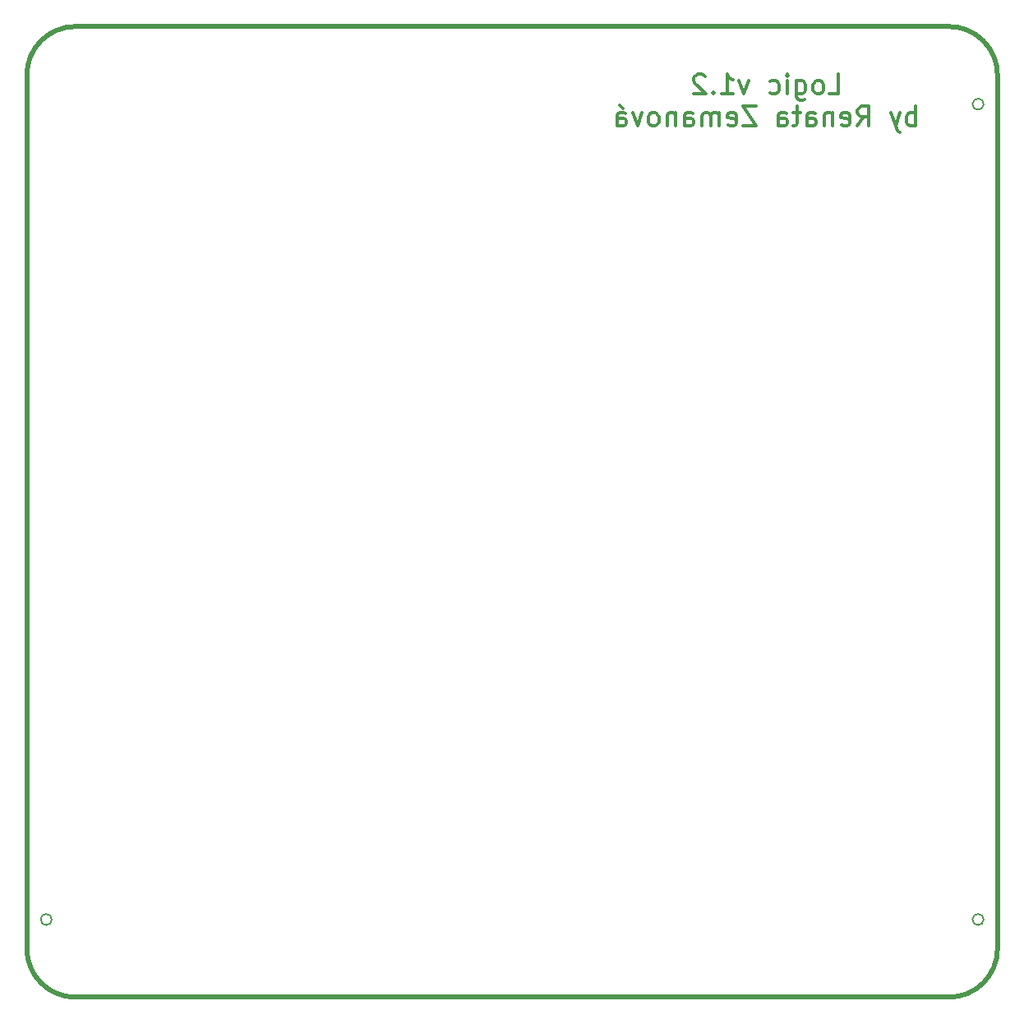
<source format=gbr>
G04 #@! TF.GenerationSoftware,KiCad,Pcbnew,5.1.5+dfsg1-2build2*
G04 #@! TF.CreationDate,2021-03-30T07:29:47+02:00*
G04 #@! TF.ProjectId,Logic_KiCad,4c6f6769-635f-44b6-9943-61642e6b6963,rev?*
G04 #@! TF.SameCoordinates,Original*
G04 #@! TF.FileFunction,Legend,Bot*
G04 #@! TF.FilePolarity,Positive*
%FSLAX46Y46*%
G04 Gerber Fmt 4.6, Leading zero omitted, Abs format (unit mm)*
G04 Created by KiCad (PCBNEW 5.1.5+dfsg1-2build2) date 2021-03-30 07:29:47*
%MOMM*%
%LPD*%
G04 APERTURE LIST*
G04 #@! TA.AperFunction,Profile*
%ADD10C,0.200000*%
G04 #@! TD*
G04 #@! TA.AperFunction,Profile*
%ADD11C,0.500000*%
G04 #@! TD*
%ADD12C,0.300000*%
G04 APERTURE END LIST*
D10*
X97576000Y-127000000D02*
G75*
G03X97576000Y-127000000I-576000J0D01*
G01*
X193576000Y-127000000D02*
G75*
G03X193576000Y-127000000I-576000J0D01*
G01*
X193576000Y-43000000D02*
G75*
G03X193576000Y-43000000I-576000J0D01*
G01*
D11*
X195000000Y-130000000D02*
G75*
G02X190000000Y-135000000I-5000000J0D01*
G01*
X100000000Y-135000000D02*
G75*
G02X95000000Y-130000000I0J5000000D01*
G01*
X195000000Y-40000000D02*
G75*
G03X190000000Y-35000000I-5000000J0D01*
G01*
X100000000Y-35000000D02*
G75*
G03X95000000Y-40000000I0J-5000000D01*
G01*
X100000000Y-35000000D02*
X190000000Y-35000000D01*
D12*
X177624571Y-41926761D02*
X178576952Y-41926761D01*
X178576952Y-39926761D01*
X176672190Y-41926761D02*
X176862666Y-41831523D01*
X176957904Y-41736285D01*
X177053142Y-41545809D01*
X177053142Y-40974380D01*
X176957904Y-40783904D01*
X176862666Y-40688666D01*
X176672190Y-40593428D01*
X176386476Y-40593428D01*
X176196000Y-40688666D01*
X176100761Y-40783904D01*
X176005523Y-40974380D01*
X176005523Y-41545809D01*
X176100761Y-41736285D01*
X176196000Y-41831523D01*
X176386476Y-41926761D01*
X176672190Y-41926761D01*
X174291238Y-40593428D02*
X174291238Y-42212476D01*
X174386476Y-42402952D01*
X174481714Y-42498190D01*
X174672190Y-42593428D01*
X174957904Y-42593428D01*
X175148380Y-42498190D01*
X174291238Y-41831523D02*
X174481714Y-41926761D01*
X174862666Y-41926761D01*
X175053142Y-41831523D01*
X175148380Y-41736285D01*
X175243619Y-41545809D01*
X175243619Y-40974380D01*
X175148380Y-40783904D01*
X175053142Y-40688666D01*
X174862666Y-40593428D01*
X174481714Y-40593428D01*
X174291238Y-40688666D01*
X173338857Y-41926761D02*
X173338857Y-40593428D01*
X173338857Y-39926761D02*
X173434095Y-40022000D01*
X173338857Y-40117238D01*
X173243619Y-40022000D01*
X173338857Y-39926761D01*
X173338857Y-40117238D01*
X171529333Y-41831523D02*
X171719809Y-41926761D01*
X172100761Y-41926761D01*
X172291238Y-41831523D01*
X172386476Y-41736285D01*
X172481714Y-41545809D01*
X172481714Y-40974380D01*
X172386476Y-40783904D01*
X172291238Y-40688666D01*
X172100761Y-40593428D01*
X171719809Y-40593428D01*
X171529333Y-40688666D01*
X169338857Y-40593428D02*
X168862666Y-41926761D01*
X168386476Y-40593428D01*
X166576952Y-41926761D02*
X167719809Y-41926761D01*
X167148380Y-41926761D02*
X167148380Y-39926761D01*
X167338857Y-40212476D01*
X167529333Y-40402952D01*
X167719809Y-40498190D01*
X165719809Y-41736285D02*
X165624571Y-41831523D01*
X165719809Y-41926761D01*
X165815047Y-41831523D01*
X165719809Y-41736285D01*
X165719809Y-41926761D01*
X164862666Y-40117238D02*
X164767428Y-40022000D01*
X164576952Y-39926761D01*
X164100761Y-39926761D01*
X163910285Y-40022000D01*
X163815047Y-40117238D01*
X163719809Y-40307714D01*
X163719809Y-40498190D01*
X163815047Y-40783904D01*
X164957904Y-41926761D01*
X163719809Y-41926761D01*
X186576952Y-45226761D02*
X186576952Y-43226761D01*
X186576952Y-43988666D02*
X186386476Y-43893428D01*
X186005523Y-43893428D01*
X185815047Y-43988666D01*
X185719809Y-44083904D01*
X185624571Y-44274380D01*
X185624571Y-44845809D01*
X185719809Y-45036285D01*
X185815047Y-45131523D01*
X186005523Y-45226761D01*
X186386476Y-45226761D01*
X186576952Y-45131523D01*
X184957904Y-43893428D02*
X184481714Y-45226761D01*
X184005523Y-43893428D02*
X184481714Y-45226761D01*
X184672190Y-45702952D01*
X184767428Y-45798190D01*
X184957904Y-45893428D01*
X180576952Y-45226761D02*
X181243619Y-44274380D01*
X181719809Y-45226761D02*
X181719809Y-43226761D01*
X180957904Y-43226761D01*
X180767428Y-43322000D01*
X180672190Y-43417238D01*
X180576952Y-43607714D01*
X180576952Y-43893428D01*
X180672190Y-44083904D01*
X180767428Y-44179142D01*
X180957904Y-44274380D01*
X181719809Y-44274380D01*
X178957904Y-45131523D02*
X179148380Y-45226761D01*
X179529333Y-45226761D01*
X179719809Y-45131523D01*
X179815047Y-44941047D01*
X179815047Y-44179142D01*
X179719809Y-43988666D01*
X179529333Y-43893428D01*
X179148380Y-43893428D01*
X178957904Y-43988666D01*
X178862666Y-44179142D01*
X178862666Y-44369619D01*
X179815047Y-44560095D01*
X178005523Y-43893428D02*
X178005523Y-45226761D01*
X178005523Y-44083904D02*
X177910285Y-43988666D01*
X177719809Y-43893428D01*
X177434095Y-43893428D01*
X177243619Y-43988666D01*
X177148380Y-44179142D01*
X177148380Y-45226761D01*
X175338857Y-45226761D02*
X175338857Y-44179142D01*
X175434095Y-43988666D01*
X175624571Y-43893428D01*
X176005523Y-43893428D01*
X176196000Y-43988666D01*
X175338857Y-45131523D02*
X175529333Y-45226761D01*
X176005523Y-45226761D01*
X176196000Y-45131523D01*
X176291238Y-44941047D01*
X176291238Y-44750571D01*
X176196000Y-44560095D01*
X176005523Y-44464857D01*
X175529333Y-44464857D01*
X175338857Y-44369619D01*
X174672190Y-43893428D02*
X173910285Y-43893428D01*
X174386476Y-43226761D02*
X174386476Y-44941047D01*
X174291238Y-45131523D01*
X174100761Y-45226761D01*
X173910285Y-45226761D01*
X172386476Y-45226761D02*
X172386476Y-44179142D01*
X172481714Y-43988666D01*
X172672190Y-43893428D01*
X173053142Y-43893428D01*
X173243619Y-43988666D01*
X172386476Y-45131523D02*
X172576952Y-45226761D01*
X173053142Y-45226761D01*
X173243619Y-45131523D01*
X173338857Y-44941047D01*
X173338857Y-44750571D01*
X173243619Y-44560095D01*
X173053142Y-44464857D01*
X172576952Y-44464857D01*
X172386476Y-44369619D01*
X170100761Y-43226761D02*
X168767428Y-43226761D01*
X170100761Y-45226761D01*
X168767428Y-45226761D01*
X167243619Y-45131523D02*
X167434095Y-45226761D01*
X167815047Y-45226761D01*
X168005523Y-45131523D01*
X168100761Y-44941047D01*
X168100761Y-44179142D01*
X168005523Y-43988666D01*
X167815047Y-43893428D01*
X167434095Y-43893428D01*
X167243619Y-43988666D01*
X167148380Y-44179142D01*
X167148380Y-44369619D01*
X168100761Y-44560095D01*
X166291238Y-45226761D02*
X166291238Y-43893428D01*
X166291238Y-44083904D02*
X166196000Y-43988666D01*
X166005523Y-43893428D01*
X165719809Y-43893428D01*
X165529333Y-43988666D01*
X165434095Y-44179142D01*
X165434095Y-45226761D01*
X165434095Y-44179142D02*
X165338857Y-43988666D01*
X165148380Y-43893428D01*
X164862666Y-43893428D01*
X164672190Y-43988666D01*
X164576952Y-44179142D01*
X164576952Y-45226761D01*
X162767428Y-45226761D02*
X162767428Y-44179142D01*
X162862666Y-43988666D01*
X163053142Y-43893428D01*
X163434095Y-43893428D01*
X163624571Y-43988666D01*
X162767428Y-45131523D02*
X162957904Y-45226761D01*
X163434095Y-45226761D01*
X163624571Y-45131523D01*
X163719809Y-44941047D01*
X163719809Y-44750571D01*
X163624571Y-44560095D01*
X163434095Y-44464857D01*
X162957904Y-44464857D01*
X162767428Y-44369619D01*
X161815047Y-43893428D02*
X161815047Y-45226761D01*
X161815047Y-44083904D02*
X161719809Y-43988666D01*
X161529333Y-43893428D01*
X161243619Y-43893428D01*
X161053142Y-43988666D01*
X160957904Y-44179142D01*
X160957904Y-45226761D01*
X159719809Y-45226761D02*
X159910285Y-45131523D01*
X160005523Y-45036285D01*
X160100761Y-44845809D01*
X160100761Y-44274380D01*
X160005523Y-44083904D01*
X159910285Y-43988666D01*
X159719809Y-43893428D01*
X159434095Y-43893428D01*
X159243619Y-43988666D01*
X159148380Y-44083904D01*
X159053142Y-44274380D01*
X159053142Y-44845809D01*
X159148380Y-45036285D01*
X159243619Y-45131523D01*
X159434095Y-45226761D01*
X159719809Y-45226761D01*
X158386476Y-43893428D02*
X157910285Y-45226761D01*
X157434095Y-43893428D01*
X155815047Y-45226761D02*
X155815047Y-44179142D01*
X155910285Y-43988666D01*
X156100761Y-43893428D01*
X156481714Y-43893428D01*
X156672190Y-43988666D01*
X155815047Y-45131523D02*
X156005523Y-45226761D01*
X156481714Y-45226761D01*
X156672190Y-45131523D01*
X156767428Y-44941047D01*
X156767428Y-44750571D01*
X156672190Y-44560095D01*
X156481714Y-44464857D01*
X156005523Y-44464857D01*
X155815047Y-44369619D01*
X156100761Y-43131523D02*
X156386476Y-43417238D01*
D11*
X95000000Y-130000000D02*
X95000000Y-40000000D01*
X190000000Y-135000000D02*
X100000000Y-135000000D01*
X195000000Y-40000000D02*
X195000000Y-130000000D01*
M02*

</source>
